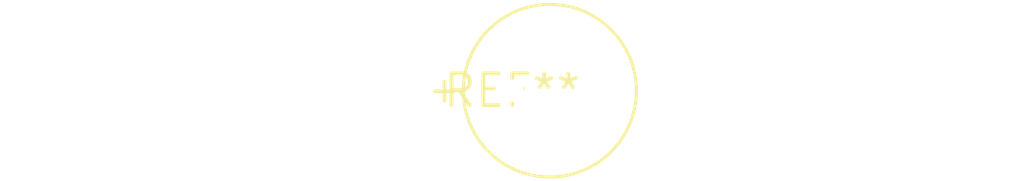
<source format=kicad_pcb>
(kicad_pcb (version 20240108) (generator pcbnew)
  (layers (0 "F.Cu" signal) (31 "B.Cu" signal) (34 "B.Paste" user) (35 "F.Paste" user) (36 "B.SilkS" user "B.Silkscreen") (37 "F.SilkS" user "F.Silkscreen") (38 "B.Mask" user) (39 "F.Mask" user) (44 "Edge.Cuts" user))
  (net 0 "")
  (footprint "MagneticBuzzer_Kobitone_254-EMB73-RO" (layer "F.Cu") (at 0 0)
    (property "Reference" "REF**")
    (property "Value" "MagneticBuzzer_Kobitone_254-EMB73-RO")
    (fp_circle (center 1.5 0) (end 4.95 0) (layer "F.SilkS") (stroke (width 0.12)) (fill none))
    (fp_text user "+" (at -2.7 -0.05 0) (layer "F.SilkS"))
    (pad "1" thru_hole rect (at 0 0) (size 2 2) (drill 0.9) (layers *.Cu *.Mask) (remove_unused_layers))
    (pad "2" thru_hole circle (at 3 0) (size 2 2) (drill 0.9) (layers *.Cu *.Mask) (remove_unused_layers))
  )
)
</source>
